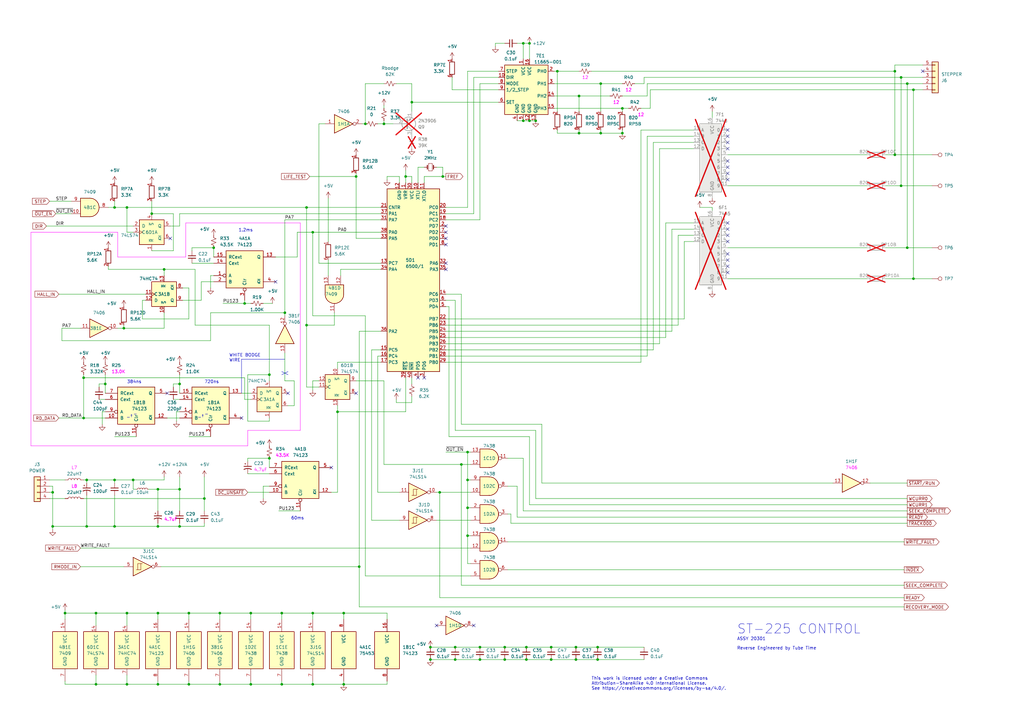
<source format=kicad_sch>
(kicad_sch (version 20230121) (generator eeschema)
  (paper "A3")
  (junction (at 369.57 31.75))
  (junction (at 90.17 280.67))
  (junction (at 367.03 63.5))
  (junction (at 166.37 72.39))
  (junction (at 39.37 280.67))
  (junction (at 34.29 171.45))
  (junction (at 46.99 215.9))
  (junction (at 90.17 251.46))
  (junction (at 52.07 85.09))
  (junction (at 87.63 101.6))
  (junction (at 35.56 196.85))
  (junction (at 215.9 265.43))
  (junction (at 191.77 196.85))
  (junction (at 217.17 49.53))
  (junction (at 255.27 54.61))
  (junction (at 52.07 280.67))
  (junction (at 255.27 44.45))
  (junction (at 181.61 72.39))
  (junction (at 147.32 232.41))
  (junction (at 43.18 157.48))
  (junction (at 21.59 201.93))
  (junction (at 245.11 270.51))
  (junction (at 191.77 208.28))
  (junction (at 214.63 49.53))
  (junction (at 102.87 251.46))
  (junction (at 52.07 251.46))
  (junction (at 73.66 215.9))
  (junction (at 196.85 270.51))
  (junction (at 128.27 280.67))
  (junction (at 140.97 280.67))
  (junction (at 26.67 251.46))
  (junction (at 180.34 201.93))
  (junction (at 116.84 128.27))
  (junction (at 35.56 215.9))
  (junction (at 21.59 215.9))
  (junction (at 115.57 280.67))
  (junction (at 191.77 185.42))
  (junction (at 226.06 270.51))
  (junction (at 237.49 39.37))
  (junction (at 77.47 251.46))
  (junction (at 125.73 85.09))
  (junction (at 214.63 17.78))
  (junction (at 186.69 265.43))
  (junction (at 374.65 114.3))
  (junction (at 128.27 95.25))
  (junction (at 67.31 110.49))
  (junction (at 228.6 29.21))
  (junction (at 219.71 49.53))
  (junction (at 64.77 280.67))
  (junction (at 149.86 50.8))
  (junction (at 237.49 54.61))
  (junction (at 62.23 87.63))
  (junction (at 83.82 204.47))
  (junction (at 73.66 157.48))
  (junction (at 246.38 54.61))
  (junction (at 102.87 280.67))
  (junction (at 128.27 251.46))
  (junction (at 226.06 265.43))
  (junction (at 186.69 270.51))
  (junction (at 39.37 251.46))
  (junction (at 217.17 17.78))
  (junction (at 64.77 251.46))
  (junction (at 100.33 124.46))
  (junction (at 73.66 200.66))
  (junction (at 245.11 265.43))
  (junction (at 369.57 76.2))
  (junction (at 77.47 280.67))
  (junction (at 54.61 196.85))
  (junction (at 168.91 41.91))
  (junction (at 374.65 36.83))
  (junction (at 110.49 187.96))
  (junction (at 110.49 153.67))
  (junction (at 115.57 251.46))
  (junction (at 367.03 29.21))
  (junction (at 140.97 251.46))
  (junction (at 236.22 265.43))
  (junction (at 157.48 50.8))
  (junction (at 146.05 72.39))
  (junction (at 125.73 133.35))
  (junction (at 196.85 265.43))
  (junction (at 372.11 34.29))
  (junction (at 64.77 200.66))
  (junction (at 236.22 270.51))
  (junction (at 191.77 219.71))
  (junction (at 176.53 265.43))
  (junction (at 176.53 270.51))
  (junction (at 372.11 101.6))
  (junction (at 64.77 215.9))
  (junction (at 34.29 154.94))
  (junction (at 46.99 196.85))
  (junction (at 46.99 85.09))
  (junction (at 246.38 34.29))
  (junction (at 207.01 270.51))
  (junction (at 138.43 168.91))
  (junction (at 50.8 134.62))
  (junction (at 207.01 265.43))
  (junction (at 215.9 270.51))
  (junction (at 189.23 190.5))
  (no_connect (at 113.03 115.57))
  (no_connect (at 69.85 97.79))
  (no_connect (at 298.45 68.58))
  (no_connect (at 182.88 107.95))
  (no_connect (at 298.45 99.06))
  (no_connect (at 378.46 29.21))
  (no_connect (at 182.88 100.33))
  (no_connect (at 298.45 73.66))
  (no_connect (at 298.45 96.52))
  (no_connect (at 298.45 93.98))
  (no_connect (at 298.45 58.42))
  (no_connect (at 298.45 66.04))
  (no_connect (at 182.88 95.25))
  (no_connect (at 298.45 109.22))
  (no_connect (at 298.45 111.76))
  (no_connect (at 298.45 71.12))
  (no_connect (at 298.45 91.44))
  (no_connect (at 298.45 60.96))
  (no_connect (at 135.89 191.77))
  (no_connect (at 179.07 256.54))
  (no_connect (at 298.45 53.34))
  (no_connect (at 194.31 256.54))
  (no_connect (at 298.45 55.88))
  (no_connect (at 173.99 154.94))
  (no_connect (at 182.88 97.79))
  (no_connect (at 99.06 171.45))
  (no_connect (at 182.88 92.71))
  (no_connect (at 146.05 161.29))
  (no_connect (at 118.11 161.29))
  (no_connect (at 298.45 104.14))
  (no_connect (at 298.45 106.68))
  (no_connect (at 182.88 110.49))
  (no_connect (at 171.45 154.94))
  (no_connect (at 68.58 161.29))
  (wire (pts (xy 71.12 163.83) (xy 73.66 163.83)))
  (wire (pts (xy 217.17 179.07) (xy 217.17 207.01)))
  (wire (pts (xy 168.91 162.56) (xy 168.91 165.1)))
  (wire (pts (xy 73.66 87.63) (xy 156.21 87.63)))
  (wire (pts (xy 52.07 280.67) (xy 64.77 280.67)))
  (wire (pts (xy 191.77 29.21) (xy 191.77 85.09)))
  (wire (pts (xy 245.11 265.43) (xy 264.16 265.43)))
  (wire (pts (xy 284.48 91.44) (xy 273.05 91.44)))
  (wire (pts (xy 46.99 203.2) (xy 46.99 215.9)))
  (wire (pts (xy 191.77 219.71) (xy 193.04 219.71)))
  (wire (pts (xy 189.23 173.99) (xy 222.25 173.99)))
  (wire (pts (xy 87.63 101.6) (xy 78.74 101.6)))
  (wire (pts (xy 182.88 148.59) (xy 262.89 148.59)))
  (wire (pts (xy 39.37 280.67) (xy 52.07 280.67)))
  (wire (pts (xy 173.99 68.58) (xy 171.45 68.58)))
  (wire (pts (xy 39.37 251.46) (xy 52.07 251.46)))
  (wire (pts (xy 191.77 196.85) (xy 191.77 208.28)))
  (wire (pts (xy 166.37 72.39) (xy 168.91 72.39)))
  (wire (pts (xy 157.48 190.5) (xy 157.48 156.21)))
  (polyline (pts (xy 76.2 105.41) (xy 48.26 105.41)) (stroke (width 0) (color 255 0 255 1)))
  (wire (pts (xy 116.84 90.17) (xy 116.84 128.27)))
  (wire (pts (xy 182.88 143.51) (xy 267.97 143.51)))
  (wire (pts (xy 255.27 39.37) (xy 265.43 39.37)))
  (wire (pts (xy 21.59 201.93) (xy 21.59 215.9)))
  (wire (pts (xy 280.67 99.06) (xy 280.67 130.81)))
  (wire (pts (xy 287.02 85.09) (xy 292.1 85.09)))
  (wire (pts (xy 69.85 92.71) (xy 73.66 92.71)))
  (wire (pts (xy 264.16 31.75) (xy 369.57 31.75)))
  (wire (pts (xy 102.87 163.83) (xy 100.33 163.83)))
  (wire (pts (xy 72.39 168.91) (xy 73.66 168.91)))
  (wire (pts (xy 24.13 120.65) (xy 59.69 120.65)))
  (wire (pts (xy 21.59 201.93) (xy 20.32 201.93)))
  (polyline (pts (xy 115.57 153.67) (xy 118.11 152.4)))
  (wire (pts (xy 374.65 114.3) (xy 382.27 114.3)))
  (wire (pts (xy 64.77 215.9) (xy 73.66 215.9)))
  (wire (pts (xy 191.77 196.85) (xy 193.04 196.85)))
  (wire (pts (xy 46.99 85.09) (xy 52.07 85.09)))
  (wire (pts (xy 156.21 135.89) (xy 147.32 135.89)))
  (wire (pts (xy 115.57 280.67) (xy 115.57 279.4)))
  (wire (pts (xy 273.05 91.44) (xy 273.05 138.43)))
  (wire (pts (xy 182.88 87.63) (xy 194.31 87.63)))
  (wire (pts (xy 130.81 50.8) (xy 133.35 50.8)))
  (wire (pts (xy 82.55 123.19) (xy 82.55 115.57)))
  (wire (pts (xy 180.34 201.93) (xy 180.34 245.11)))
  (wire (pts (xy 100.33 124.46) (xy 102.87 124.46)))
  (wire (pts (xy 367.03 63.5) (xy 382.27 63.5)))
  (wire (pts (xy 67.31 134.62) (xy 67.31 128.27)))
  (wire (pts (xy 217.17 49.53) (xy 219.71 49.53)))
  (wire (pts (xy 226.06 265.43) (xy 236.22 265.43)))
  (wire (pts (xy 184.15 179.07) (xy 217.17 179.07)))
  (wire (pts (xy 138.43 151.13) (xy 138.43 148.59)))
  (polyline (pts (xy 101.6 182.88) (xy 101.6 176.53)) (stroke (width 0) (color 255 0 255 1)))
  (wire (pts (xy 21.59 215.9) (xy 21.59 217.17)))
  (wire (pts (xy 237.49 54.61) (xy 237.49 53.34)))
  (wire (pts (xy 43.18 153.67) (xy 43.18 157.48)))
  (wire (pts (xy 196.85 265.43) (xy 207.01 265.43)))
  (wire (pts (xy 90.17 251.46) (xy 102.87 251.46)))
  (wire (pts (xy 110.49 199.39) (xy 107.95 199.39)))
  (wire (pts (xy 191.77 185.42) (xy 191.77 196.85)))
  (wire (pts (xy 196.85 34.29) (xy 204.47 34.29)))
  (wire (pts (xy 60.96 200.66) (xy 64.77 200.66)))
  (wire (pts (xy 237.49 39.37) (xy 237.49 45.72)))
  (wire (pts (xy 115.57 251.46) (xy 115.57 254)))
  (wire (pts (xy 255.27 54.61) (xy 255.27 53.34)))
  (wire (pts (xy 73.66 195.58) (xy 73.66 200.66)))
  (wire (pts (xy 182.88 90.17) (xy 196.85 90.17)))
  (wire (pts (xy 149.86 129.54) (xy 149.86 236.22)))
  (wire (pts (xy 275.59 93.98) (xy 275.59 135.89)))
  (wire (pts (xy 64.77 280.67) (xy 64.77 279.4)))
  (wire (pts (xy 157.48 50.8) (xy 161.29 50.8)))
  (wire (pts (xy 156.21 146.05) (xy 154.94 146.05)))
  (wire (pts (xy 22.86 87.63) (xy 29.21 87.63)))
  (wire (pts (xy 196.85 90.17) (xy 196.85 34.29)))
  (wire (pts (xy 110.49 153.67) (xy 110.49 133.35)))
  (wire (pts (xy 25.4 139.7) (xy 25.4 134.62)))
  (wire (pts (xy 266.7 44.45) (xy 266.7 36.83)))
  (wire (pts (xy 101.6 187.96) (xy 101.6 189.23)))
  (wire (pts (xy 246.38 54.61) (xy 255.27 54.61)))
  (wire (pts (xy 182.88 140.97) (xy 270.51 140.97)))
  (wire (pts (xy 77.47 118.11) (xy 77.47 130.81)))
  (wire (pts (xy 260.35 34.29) (xy 264.16 34.29)))
  (wire (pts (xy 78.74 101.6) (xy 78.74 102.87)))
  (polyline (pts (xy 99.06 147.32) (xy 116.84 147.32)))
  (wire (pts (xy 102.87 251.46) (xy 115.57 251.46)))
  (wire (pts (xy 284.48 58.42) (xy 267.97 58.42)))
  (wire (pts (xy 120.65 156.21) (xy 120.65 166.37)))
  (wire (pts (xy 26.67 280.67) (xy 26.67 279.4)))
  (wire (pts (xy 255.27 44.45) (xy 255.27 45.72)))
  (wire (pts (xy 73.66 92.71) (xy 73.66 87.63)))
  (wire (pts (xy 284.48 99.06) (xy 280.67 99.06)))
  (wire (pts (xy 182.88 138.43) (xy 273.05 138.43)))
  (wire (pts (xy 374.65 36.83) (xy 378.46 36.83)))
  (wire (pts (xy 298.45 101.6) (xy 355.6 101.6)))
  (wire (pts (xy 74.93 118.11) (xy 77.47 118.11)))
  (wire (pts (xy 166.37 72.39) (xy 166.37 74.93)))
  (wire (pts (xy 214.63 49.53) (xy 217.17 49.53)))
  (wire (pts (xy 121.92 95.25) (xy 128.27 95.25)))
  (wire (pts (xy 227.33 44.45) (xy 255.27 44.45)))
  (wire (pts (xy 71.12 102.87) (xy 71.12 87.63)))
  (wire (pts (xy 34.29 153.67) (xy 34.29 154.94)))
  (wire (pts (xy 212.09 199.39) (xy 212.09 212.09)))
  (wire (pts (xy 125.73 133.35) (xy 125.73 158.75)))
  (wire (pts (xy 374.65 36.83) (xy 374.65 114.3)))
  (wire (pts (xy 138.43 148.59) (xy 156.21 148.59)))
  (wire (pts (xy 77.47 251.46) (xy 77.47 254)))
  (wire (pts (xy 54.61 200.66) (xy 54.61 196.85)))
  (wire (pts (xy 67.31 195.58) (xy 67.31 196.85)))
  (wire (pts (xy 292.1 48.26) (xy 292.1 45.72)))
  (wire (pts (xy 191.77 231.14) (xy 193.04 231.14)))
  (wire (pts (xy 246.38 54.61) (xy 246.38 53.34)))
  (wire (pts (xy 179.07 213.36) (xy 193.04 213.36)))
  (wire (pts (xy 363.22 63.5) (xy 367.03 63.5)))
  (wire (pts (xy 50.8 133.35) (xy 50.8 134.62)))
  (wire (pts (xy 115.57 251.46) (xy 128.27 251.46)))
  (wire (pts (xy 176.53 270.51) (xy 186.69 270.51)))
  (wire (pts (xy 137.16 128.27) (xy 137.16 133.35)))
  (wire (pts (xy 100.33 154.94) (xy 100.33 163.83)))
  (wire (pts (xy 176.53 265.43) (xy 186.69 265.43)))
  (wire (pts (xy 125.73 85.09) (xy 125.73 133.35)))
  (wire (pts (xy 182.88 125.73) (xy 184.15 125.73)))
  (wire (pts (xy 270.51 60.96) (xy 270.51 140.97)))
  (wire (pts (xy 62.23 102.87) (xy 71.12 102.87)))
  (wire (pts (xy 101.6 153.67) (xy 101.6 172.72)))
  (wire (pts (xy 138.43 168.91) (xy 138.43 166.37)))
  (wire (pts (xy 19.05 92.71) (xy 54.61 92.71)))
  (wire (pts (xy 43.18 168.91) (xy 41.91 168.91)))
  (wire (pts (xy 80.01 110.49) (xy 67.31 110.49)))
  (wire (pts (xy 120.65 156.21) (xy 116.84 156.21)))
  (wire (pts (xy 246.38 34.29) (xy 255.27 34.29)))
  (polyline (pts (xy 76.2 91.44) (xy 76.2 105.41)) (stroke (width 0) (color 255 0 255 1)))
  (wire (pts (xy 193.04 190.5) (xy 189.23 190.5)))
  (wire (pts (xy 140.97 251.46) (xy 140.97 254)))
  (wire (pts (xy 262.89 53.34) (xy 262.89 148.59)))
  (wire (pts (xy 39.37 276.86) (xy 39.37 280.67)))
  (wire (pts (xy 125.73 85.09) (xy 156.21 85.09)))
  (wire (pts (xy 114.3 209.55) (xy 123.19 209.55)))
  (wire (pts (xy 116.84 156.21) (xy 116.84 144.78)))
  (wire (pts (xy 77.47 280.67) (xy 90.17 280.67)))
  (wire (pts (xy 102.87 280.67) (xy 115.57 280.67)))
  (wire (pts (xy 191.77 219.71) (xy 191.77 231.14)))
  (wire (pts (xy 55.88 179.07) (xy 46.99 179.07)))
  (wire (pts (xy 35.56 196.85) (xy 35.56 198.12)))
  (polyline (pts (xy 115.57 152.4) (xy 118.11 153.67)))
  (wire (pts (xy 372.11 34.29) (xy 378.46 34.29)))
  (wire (pts (xy 186.69 270.51) (xy 196.85 270.51)))
  (wire (pts (xy 21.59 199.39) (xy 21.59 201.93)))
  (wire (pts (xy 191.77 208.28) (xy 191.77 219.71)))
  (wire (pts (xy 44.45 110.49) (xy 67.31 110.49)))
  (wire (pts (xy 363.22 114.3) (xy 374.65 114.3)))
  (wire (pts (xy 212.09 49.53) (xy 214.63 49.53)))
  (wire (pts (xy 52.07 95.25) (xy 54.61 95.25)))
  (wire (pts (xy 222.25 173.99) (xy 222.25 198.12)))
  (wire (pts (xy 24.13 171.45) (xy 34.29 171.45)))
  (polyline (pts (xy 12.7 182.88) (xy 101.6 182.88)) (stroke (width 0) (color 255 0 255 1)))
  (wire (pts (xy 128.27 280.67) (xy 128.27 279.4)))
  (wire (pts (xy 367.03 29.21) (xy 367.03 63.5)))
  (wire (pts (xy 138.43 168.91) (xy 138.43 201.93)))
  (wire (pts (xy 152.4 213.36) (xy 163.83 213.36)))
  (wire (pts (xy 212.09 212.09) (xy 372.11 212.09)))
  (wire (pts (xy 228.6 54.61) (xy 228.6 53.34)))
  (wire (pts (xy 66.04 232.41) (xy 147.32 232.41)))
  (wire (pts (xy 120.65 166.37) (xy 118.11 166.37)))
  (wire (pts (xy 135.89 201.93) (xy 138.43 201.93)))
  (wire (pts (xy 372.11 34.29) (xy 372.11 101.6)))
  (wire (pts (xy 148.59 50.8) (xy 149.86 50.8)))
  (wire (pts (xy 245.11 270.51) (xy 264.16 270.51)))
  (wire (pts (xy 204.47 41.91) (xy 168.91 41.91)))
  (wire (pts (xy 77.47 130.81) (xy 58.42 130.81)))
  (wire (pts (xy 204.47 36.83) (xy 185.42 36.83)))
  (wire (pts (xy 110.49 133.35) (xy 80.01 133.35)))
  (wire (pts (xy 209.55 210.82) (xy 209.55 214.63)))
  (wire (pts (xy 209.55 214.63) (xy 372.11 214.63)))
  (wire (pts (xy 102.87 280.67) (xy 102.87 279.4)))
  (wire (pts (xy 265.43 55.88) (xy 265.43 146.05)))
  (wire (pts (xy 128.27 251.46) (xy 140.97 251.46)))
  (wire (pts (xy 180.34 245.11) (xy 370.84 245.11)))
  (wire (pts (xy 182.88 135.89) (xy 275.59 135.89)))
  (wire (pts (xy 236.22 265.43) (xy 245.11 265.43)))
  (wire (pts (xy 149.86 34.29) (xy 149.86 50.8)))
  (wire (pts (xy 182.88 133.35) (xy 278.13 133.35)))
  (wire (pts (xy 140.97 280.67) (xy 158.75 280.67)))
  (wire (pts (xy 267.97 58.42) (xy 267.97 143.51)))
  (wire (pts (xy 356.87 198.12) (xy 372.11 198.12)))
  (wire (pts (xy 73.66 214.63) (xy 73.66 215.9)))
  (wire (pts (xy 163.83 72.39) (xy 163.83 74.93)))
  (wire (pts (xy 149.86 236.22) (xy 193.04 236.22)))
  (wire (pts (xy 228.6 29.21) (xy 237.49 29.21)))
  (wire (pts (xy 52.07 251.46) (xy 52.07 256.54)))
  (wire (pts (xy 157.48 156.21) (xy 146.05 156.21)))
  (wire (pts (xy 44.45 85.09) (xy 46.99 85.09)))
  (wire (pts (xy 215.9 270.51) (xy 226.06 270.51)))
  (wire (pts (xy 208.28 233.68) (xy 370.84 233.68)))
  (wire (pts (xy 82.55 115.57) (xy 87.63 115.57)))
  (wire (pts (xy 68.58 171.45) (xy 73.66 171.45)))
  (polyline (pts (xy 99.06 147.32) (xy 99.06 161.29)))
  (wire (pts (xy 113.03 105.41) (xy 121.92 105.41)))
  (wire (pts (xy 372.11 101.6) (xy 382.27 101.6)))
  (wire (pts (xy 58.42 130.81) (xy 58.42 123.19)))
  (wire (pts (xy 46.99 196.85) (xy 46.99 198.12)))
  (wire (pts (xy 130.81 156.21) (xy 128.27 156.21)))
  (wire (pts (xy 64.77 200.66) (xy 73.66 200.66)))
  (wire (pts (xy 207.01 265.43) (xy 215.9 265.43)))
  (wire (pts (xy 262.89 44.45) (xy 266.7 44.45)))
  (wire (pts (xy 26.67 250.19) (xy 26.67 251.46)))
  (wire (pts (xy 73.66 161.29) (xy 73.66 157.48)))
  (wire (pts (xy 146.05 72.39) (xy 146.05 71.12)))
  (wire (pts (xy 102.87 251.46) (xy 102.87 254)))
  (wire (pts (xy 369.57 31.75) (xy 378.46 31.75)))
  (wire (pts (xy 367.03 26.67) (xy 367.03 29.21)))
  (wire (pts (xy 90.17 251.46) (xy 90.17 254)))
  (wire (pts (xy 40.64 157.48) (xy 40.64 158.75)))
  (polyline (pts (xy 123.19 91.44) (xy 76.2 91.44)) (stroke (width 0) (color 255 0 255 1)))
  (wire (pts (xy 20.32 204.47) (xy 26.67 204.47)))
  (wire (pts (xy 110.49 156.21) (xy 110.49 153.67)))
  (wire (pts (xy 134.62 81.28) (xy 134.62 99.06)))
  (wire (pts (xy 107.95 199.39) (xy 107.95 204.47)))
  (polyline (pts (xy 12.7 95.25) (xy 12.7 182.88)) (stroke (width 0) (color 255 0 255 1)))
  (wire (pts (xy 90.17 280.67) (xy 102.87 280.67)))
  (wire (pts (xy 157.48 49.53) (xy 157.48 50.8)))
  (wire (pts (xy 110.49 172.72) (xy 101.6 172.72)))
  (wire (pts (xy 214.63 187.96) (xy 214.63 209.55)))
  (wire (pts (xy 34.29 196.85) (xy 35.56 196.85)))
  (wire (pts (xy 157.48 34.29) (xy 149.86 34.29)))
  (wire (pts (xy 166.37 168.91) (xy 166.37 154.94)))
  (wire (pts (xy 140.97 280.67) (xy 140.97 279.4)))
  (wire (pts (xy 208.28 222.25) (xy 370.84 222.25)))
  (wire (pts (xy 71.12 87.63) (xy 62.23 87.63)))
  (wire (pts (xy 369.57 76.2) (xy 382.27 76.2)))
  (wire (pts (xy 191.77 185.42) (xy 193.04 185.42)))
  (wire (pts (xy 125.73 158.75) (xy 130.81 158.75)))
  (wire (pts (xy 378.46 26.67) (xy 367.03 26.67)))
  (wire (pts (xy 168.91 41.91) (xy 168.91 45.72)))
  (wire (pts (xy 26.67 280.67) (xy 39.37 280.67)))
  (wire (pts (xy 185.42 36.83) (xy 185.42 31.75)))
  (wire (pts (xy 369.57 31.75) (xy 369.57 76.2)))
  (wire (pts (xy 278.13 96.52) (xy 278.13 133.35)))
  (wire (pts (xy 191.77 208.28) (xy 193.04 208.28)))
  (wire (pts (xy 138.43 168.91) (xy 166.37 168.91)))
  (wire (pts (xy 214.63 24.13) (xy 214.63 17.78)))
  (wire (pts (xy 101.6 201.93) (xy 110.49 201.93)))
  (wire (pts (xy 173.99 74.93) (xy 173.99 72.39)))
  (wire (pts (xy 110.49 153.67) (xy 101.6 153.67)))
  (wire (pts (xy 115.57 280.67) (xy 128.27 280.67)))
  (wire (pts (xy 298.45 114.3) (xy 355.6 114.3)))
  (wire (pts (xy 146.05 72.39) (xy 146.05 97.79)))
  (wire (pts (xy 54.61 196.85) (xy 67.31 196.85)))
  (wire (pts (xy 171.45 68.58) (xy 171.45 74.93)))
  (wire (pts (xy 182.88 123.19) (xy 186.69 123.19)))
  (wire (pts (xy 128.27 95.25) (xy 128.27 129.54)))
  (wire (pts (xy 48.26 134.62) (xy 50.8 134.62)))
  (wire (pts (xy 182.88 120.65) (xy 189.23 120.65)))
  (wire (pts (xy 219.71 176.53) (xy 219.71 204.47)))
  (wire (pts (xy 214.63 209.55) (xy 372.11 209.55)))
  (wire (pts (xy 41.91 168.91) (xy 41.91 173.99)))
  (wire (pts (xy 101.6 194.31) (xy 110.49 194.31)))
  (wire (pts (xy 110.49 191.77) (xy 110.49 187.96)))
  (wire (pts (xy 86.36 113.03) (xy 86.36 118.11)))
  (wire (pts (xy 58.42 123.19) (xy 59.69 123.19)))
  (wire (pts (xy 147.32 232.41) (xy 147.32 248.92)))
  (wire (pts (xy 74.93 123.19) (xy 82.55 123.19)))
  (wire (pts (xy 86.36 179.07) (xy 77.47 179.07)))
  (wire (pts (xy 222.25 198.12) (xy 341.63 198.12)))
  (wire (pts (xy 64.77 251.46) (xy 64.77 254)))
  (wire (pts (xy 91.44 124.46) (xy 100.33 124.46)))
  (wire (pts (xy 158.75 72.39) (xy 163.83 72.39)))
  (wire (pts (xy 265.43 34.29) (xy 372.11 34.29)))
  (wire (pts (xy 127 72.39) (xy 146.05 72.39)))
  (wire (pts (xy 162.56 34.29) (xy 168.91 34.29)))
  (wire (pts (xy 208.28 210.82) (xy 209.55 210.82)))
  (wire (pts (xy 156.21 90.17) (xy 116.84 90.17)))
  (wire (pts (xy 292.1 85.09) (xy 292.1 86.36)))
  (wire (pts (xy 33.02 224.79) (xy 193.04 224.79)))
  (wire (pts (xy 130.81 50.8) (xy 130.81 107.95)))
  (wire (pts (xy 87.63 113.03) (xy 86.36 113.03)))
  (wire (pts (xy 46.99 85.09) (xy 46.99 82.55)))
  (wire (pts (xy 34.29 154.94) (xy 100.33 154.94)))
  (wire (pts (xy 166.37 69.85) (xy 166.37 72.39)))
  (wire (pts (xy 86.36 128.27) (xy 116.84 128.27)))
  (wire (pts (xy 194.31 31.75) (xy 204.47 31.75)))
  (wire (pts (xy 128.27 280.67) (xy 140.97 280.67)))
  (wire (pts (xy 25.4 134.62) (xy 33.02 134.62)))
  (wire (pts (xy 264.16 34.29) (xy 264.16 31.75)))
  (wire (pts (xy 64.77 251.46) (xy 77.47 251.46)))
  (wire (pts (xy 128.27 129.54) (xy 149.86 129.54)))
  (wire (pts (xy 77.47 280.67) (xy 77.47 279.4)))
  (wire (pts (xy 203.2 17.78) (xy 203.2 19.05)))
  (wire (pts (xy 179.07 201.93) (xy 180.34 201.93)))
  (wire (pts (xy 83.82 214.63) (xy 83.82 215.9)))
  (wire (pts (xy 184.15 125.73) (xy 184.15 179.07)))
  (wire (pts (xy 298.45 76.2) (xy 355.6 76.2)))
  (wire (pts (xy 189.23 190.5) (xy 189.23 240.03)))
  (polyline (pts (xy 48.26 95.25) (xy 12.7 95.25)) (stroke (width 0) (color 255 0 255 1)))
  (wire (pts (xy 284.48 55.88) (xy 265.43 55.88)))
  (wire (pts (xy 73.66 157.48) (xy 71.12 157.48)))
  (wire (pts (xy 207.01 17.78) (xy 203.2 17.78)))
  (wire (pts (xy 64.77 214.63) (xy 64.77 215.9)))
  (wire (pts (xy 156.21 107.95) (xy 130.81 107.95)))
  (wire (pts (xy 40.64 163.83) (xy 43.18 163.83)))
  (wire (pts (xy 34.29 204.47) (xy 83.82 204.47)))
  (wire (pts (xy 26.67 251.46) (xy 39.37 251.46)))
  (wire (pts (xy 46.99 215.9) (xy 35.56 215.9)))
  (wire (pts (xy 207.01 270.51) (xy 215.9 270.51)))
  (wire (pts (xy 226.06 270.51) (xy 236.22 270.51)))
  (wire (pts (xy 186.69 123.19) (xy 186.69 176.53)))
  (wire (pts (xy 111.76 124.46) (xy 107.95 124.46)))
  (wire (pts (xy 52.07 85.09) (xy 52.07 95.25)))
  (wire (pts (xy 99.06 161.29) (xy 102.87 161.29)))
  (wire (pts (xy 157.48 43.18) (xy 157.48 44.45)))
  (wire (pts (xy 168.91 34.29) (xy 168.91 41.91)))
  (wire (pts (xy 196.85 270.51) (xy 207.01 270.51)))
  (wire (pts (xy 86.36 139.7) (xy 86.36 128.27)))
  (wire (pts (xy 43.18 161.29) (xy 43.18 157.48)))
  (wire (pts (xy 181.61 68.58) (xy 179.07 68.58)))
  (wire (pts (xy 284.48 93.98) (xy 275.59 93.98)))
  (wire (pts (xy 156.21 143.51) (xy 152.4 143.51)))
  (wire (pts (xy 236.22 270.51) (xy 245.11 270.51)))
  (wire (pts (xy 73.66 215.9) (xy 83.82 215.9)))
  (wire (pts (xy 168.91 154.94) (xy 168.91 157.48)))
  (wire (pts (xy 208.28 199.39) (xy 212.09 199.39)))
  (wire (pts (xy 128.27 251.46) (xy 128.27 254)))
  (wire (pts (xy 154.94 201.93) (xy 163.83 201.93)))
  (wire (pts (xy 35.56 203.2) (xy 35.56 215.9)))
  (wire (pts (xy 212.09 17.78) (xy 214.63 17.78)))
  (wire (pts (xy 67.31 110.49) (xy 67.31 113.03)))
  (wire (pts (xy 139.7 113.03) (xy 139.7 110.49)))
  (wire (pts (xy 182.88 85.09) (xy 191.77 85.09)))
  (wire (pts (xy 128.27 156.21) (xy 128.27 160.02)))
  (wire (pts (xy 228.6 29.21) (xy 227.33 29.21)))
  (wire (pts (xy 140.97 251.46) (xy 158.75 251.46)))
  (wire (pts (xy 284.48 53.34) (xy 262.89 53.34)))
  (wire (pts (xy 78.74 107.95) (xy 87.63 107.95)))
  (wire (pts (xy 298.45 63.5) (xy 355.6 63.5)))
  (wire (pts (xy 73.66 153.67) (xy 73.66 157.48)))
  (wire (pts (xy 121.92 95.25) (xy 121.92 105.41)))
  (wire (pts (xy 194.31 87.63) (xy 194.31 31.75)))
  (wire (pts (xy 182.88 130.81) (xy 280.67 130.81)))
  (polyline (pts (xy 123.19 176.53) (xy 123.19 91.44)) (stroke (width 0) (color 255 0 255 1)))
  (wire (pts (xy 25.4 139.7) (xy 86.36 139.7)))
  (wire (pts (xy 46.99 215.9) (xy 64.77 215.9)))
  (wire (pts (xy 44.45 109.22) (xy 44.45 110.49)))
  (wire (pts (xy 50.8 134.62) (xy 67.31 134.62)))
  (wire (pts (xy 158.75 73.66) (xy 158.75 72.39)))
  (wire (pts (xy 146.05 97.79) (xy 156.21 97.79)))
  (wire (pts (xy 363.22 101.6) (xy 372.11 101.6)))
  (wire (pts (xy 237.49 39.37) (xy 250.19 39.37)))
  (wire (pts (xy 46.99 196.85) (xy 54.61 196.85)))
  (wire (pts (xy 189.23 120.65) (xy 189.23 173.99)))
  (wire (pts (xy 227.33 34.29) (xy 246.38 34.29)))
  (wire (pts (xy 134.62 106.68) (xy 134.62 113.03)))
  (wire (pts (xy 173.99 72.39) (xy 181.61 72.39)))
  (wire (pts (xy 152.4 143.51) (xy 152.4 213.36)))
  (wire (pts (xy 52.07 85.09) (xy 125.73 85.09)))
  (polyline (pts (xy 48.26 105.41) (xy 48.26 95.25)) (stroke (width 0) (color 255 0 255 1)))
  (wire (pts (xy 20.32 82.55) (xy 29.21 82.55)))
  (wire (pts (xy 21.59 215.9) (xy 35.56 215.9)))
  (wire (pts (xy 168.91 165.1) (xy 162.56 165.1)))
  (wire (pts (xy 154.94 146.05) (xy 154.94 201.93)))
  (wire (pts (xy 191.77 29.21) (xy 204.47 29.21)))
  (wire (pts (xy 158.75 279.4) (xy 158.75 280.67)))
  (wire (pts (xy 52.07 276.86) (xy 52.07 280.67)))
  (wire (pts (xy 64.77 280.67) (xy 77.47 280.67)))
  (wire (pts (xy 219.71 204.47) (xy 372.11 204.47)))
  (wire (pts (xy 34.29 154.94) (xy 34.29 171.45)))
  (wire (pts (xy 189.23 240.03) (xy 370.84 240.03)))
  (wire (pts (xy 71.12 157.48) (xy 71.12 158.75)))
  (wire (pts (xy 266.7 36.83) (xy 374.65 36.83)))
  (wire (pts (xy 147.32 135.89) (xy 147.32 232.41)))
  (wire (pts (xy 100.33 124.46) (xy 100.33 123.19)))
  (wire (pts (xy 90.17 280.67) (xy 90.17 279.4)))
  (wire (pts (xy 154.94 50.8) (xy 157.48 50.8)))
  (wire (pts (xy 26.67 251.46) (xy 26.67 254)))
  (wire (pts (xy 217.17 207.01) (xy 372.11 207.01)))
  (wire (pts (xy 284.48 60.96) (xy 270.51 60.96)))
  (wire (pts (xy 186.69 265.43) (xy 196.85 265.43)))
  (wire (pts (xy 52.07 251.46) (xy 64.77 251.46)))
  (wire (pts (xy 39.37 251.46) (xy 39.37 256.54)))
  (wire (pts (xy 62.23 82.55) (xy 62.23 87.63)))
  (wire (pts (xy 182.88 185.42) (xy 191.77 185.42)))
  (wire (pts (xy 217.17 17.78) (xy 217.17 24.13)))
  (wire (pts (xy 156.21 95.25) (xy 128.27 95.25)))
  (wire (pts (xy 265.43 39.37) (xy 265.43 34.29)))
  (wire (pts (xy 147.32 248.92) (xy 370.84 248.92)))
  (wire (pts (xy 21.59 199.39) (xy 20.32 199.39)))
  (wire (pts (xy 20.32 196.85) (xy 26.67 196.85)))
  (wire (pts (xy 363.22 76.2) (xy 369.57 76.2)))
  (wire (pts (xy 125.73 133.35) (xy 137.16 133.35)))
  (wire (pts (xy 237.49 54.61) (xy 246.38 54.61)))
  (wire (pts (xy 168.91 74.93) (xy 168.91 72.39)))
  (wire (pts (xy 72.39 172.72) (xy 72.39 168.91)))
  (wire (pts (xy 246.38 34.29) (xy 246.38 45.72)))
  (wire (pts (xy 55.88 200.66) (xy 54.61 200.66)))
  (wire (pts (xy 73.66 200.66) (xy 73.66 209.55)))
  (wire (pts (xy 228.6 54.61) (xy 237.49 54.61)))
  (wire (pts (xy 110.49 187.96) (xy 101.6 187.96)))
  (wire (pts (xy 214.63 17.78) (xy 217.17 17.78)))
  (wire (pts (xy 182.88 146.05) (xy 265.43 146.05)))
  (wire (pts (xy 80.01 133.35) (xy 80.01 110.49)))
  (wire (pts (xy 33.02 232.41) (xy 50.8 232.41)))
  (wire (pts (xy 77.47 251.46) (xy 90.17 251.46)))
  (wire (pts (xy 255.27 44.45) (xy 257.81 44.45)))
  (wire (pts (xy 43.18 171.45) (xy 34.29 171.45)))
  (wire (pts (xy 35.56 196.85) (xy 46.99 196.85)))
  (wire (pts (xy 64.77 200.66) (xy 64.77 209.55)))
  (wire (pts (xy 110.49 171.45) (xy 110.49 172.72)))
  (wire (pts (xy 181.61 72.39) (xy 182.88 72.39)))
  (wire (pts (xy 83.82 204.47) (xy 83.82 209.55)))
  (wire (pts (xy 181.61 72.39) (xy 181.61 68.58)))
  (wire (pts (xy 189.23 190.5) (xy 157.48 190.5)))
  (wire (pts (xy 87.63 105.41) (xy 87.63 101.6)))
  (wire (pts (xy 162.56 163.83) (xy 162.56 165.1)))
  (wire (pts (xy 158.75 254) (xy 158.75 251.46)))
  (wire (pts (xy 215.9 265.43) (xy 226.06 265.43)))
  (wire (pts (xy 186.69 176.53) (xy 219.71 176.53)))
  (polyline (pts (xy 101.6 176.53) (xy 123.19 176.53)) (stroke (width 0) (color 255 0 255 1)))
  (wire (pts (xy 83.82 195.58) (xy 83.82 204.47)))
  (wire (pts (xy 116.84 128.27) (xy 116.84 129.54)))
  (wire (pts (xy 284.48 96.52) (xy 278.13 96.52)))
  (wire (pts (xy 227.33 39.37) (xy 237.49 39.37)))
  (wire (pts (xy 139.7 110.49) (xy 156.21 110.49)))
  (wire (pts (xy 228.6 45.72) (xy 228.6 29.21)))
  (wire (pts (xy 40.64 157.48) (xy 43.18 157.48)))
  (wire (pts (xy 180.34 201.93) (xy 193.04 201.93)))
  (wire (pts (xy 242.57 29.21) (xy 367.03 29.21)))
  (wire (pts (xy 208.28 187.96) (xy 214.63 187.96)))
  (text "384ns" (at 52.07 157.48 0) (effects (font (size 1.27 1.27)) (justify left bottom)))
  (text "This work is licensed under a Creative Commons\nAttribution-ShareAlike 4.0 International License.\nSee https://creativecommons.org/licenses/by-sa/4.0/.\n" (at 242.57 283.21 0) (effects (font (size 1.27 1.27)) (justify left bottom)))
  (text "_↑‾" (at 81.28 171.45 0) (effects (font (size 1.27 1.27)) (justify left bottom)))
  (text "ASSY 20301" (at 302.26 262.89 0) (effects (font (size 1.27 1.27)) (justify left bottom)))
  (text "Reverse Engineered by Tube Time" (at 302.26 266.7 0) (effects (font (size 1.27 1.27)) (justify left bottom)))
  (text "1.2ms" (at 97.79 95.25 0) (effects (font (size 1.27 1.27)) (justify left bottom)))
  (text "WHITE BODGE\nWIRE" (at 93.98 148.59 0) (effects (font (size 1.27 1.27)) (justify left bottom)))
  (text "720ns" (at 83.82 157.48 0) (effects (font (size 1.27 1.27)) (justify left bottom)))
  (text "_↑‾" (at 52.07 171.45 0) (effects (font (size 1.27 1.27)) (justify left bottom)))
  (text "60ms" (at 119.38 213.36 0) (effects (font (size 1.27 1.27)) (justify left bottom)))
  (text "ST-225 CONTROL" (at 302.26 260.35 0) (effects (font (size 3.81 3.81)) (justify left bottom)))
  (label "~{OUT_EN}" (at 182.88 185.42 0))
  (label "PA0" (at 138.43 95.25 0))
  (label "WRITE_FAULT" (at 33.02 224.79 0))
  (label "PA7" (at 25.4 134.62 0))
  (label "PU123" (at 114.3 209.55 0))
  (label "PU123" (at 46.99 179.07 0))
  (label "PU123" (at 91.44 124.46 0))
  (label "STEP" (at 22.86 82.55 0))
  (label "PA7" (at 116.84 90.17 0))
  (label "RD_DATA" (at 25.4 171.45 0))
  (label "DIR" (at 22.86 92.71 0))
  (label "HALL_IN" (at 35.56 120.65 0))
  (label "PU123" (at 77.47 179.07 0))
  (label "~{OUT_EN}" (at 22.86 87.63 0))
  (global_label "WRITE_FAULT" (shape input) (at 33.02 224.79 180) (property "Intersheetrefs" "${INTERSHEET_REFS}" (effects hide)))
  (global_label "~{DC_UNSAFE}" (shape input) (at 101.6 201.93 180) (property "Intersheetrefs" "${INTERSHEET_REFS}" (effects hide)))
  (global_label "HALL_IN" (shape input) (at 24.13 120.65 180) (property "Intersheetrefs" "${INTERSHEET_REFS}" (effects hide)))
  (global_label "RMODE_IN" (shape input) (at 33.02 232.41 180) (property "Intersheetrefs" "${INTERSHEET_REFS}" (effects hide)))
  (global_label "~{START}{slash}RUN" (shape output) (at 372.11 198.12 0) (property "Intersheetrefs" "${INTERSHEET_REFS}" (effects hide)))
  (global_label "STEP" (shape input) (at 20.32 82.55 180) (property "Intersheetrefs" "${INTERSHEET_REFS}" (effects hide)))
  (global_label "FREF" (shape output) (at 182.88 72.39 0) (property "Intersheetrefs" "${INTERSHEET_REFS}" (effects hide)))
  (global_label "~{READY}" (shape output) (at 372.11 212.09 0) (property "Intersheetrefs" "${INTERSHEET_REFS}" (effects hide)))
  (global_label "SEEK_COMPLETE" (shape output) (at 370.84 240.03 0) (property "Intersheetrefs" "${INTERSHEET_REFS}" (effects hide)))
  (global_label "WCURR1" (shape output) (at 372.11 207.01 0) (property "Intersheetrefs" "${INTERSHEET_REFS}" (effects hide)))
  (global_label "DIR" (shape input) (at 19.05 92.71 180) (property "Intersheetrefs" "${INTERSHEET_REFS}" (effects hide)))
  (global_label "RECOVERY_MODE" (shape output) (at 370.84 248.92 0) (property "Intersheetrefs" "${INTERSHEET_REFS}" (effects hide)))
  (global_label "LIFE_TEST" (shape input) (at 127 72.39 180) (property "Intersheetrefs" "${INTERSHEET_REFS}" (effects hide)))
  (global_label "~{INDEX}" (shape output) (at 370.84 233.68 0) (property "Intersheetrefs" "${INTERSHEET_REFS}" (effects hide)))
  (global_label "~{SEEK_COMPLETE}" (shape output) (at 372.11 209.55 0) (property "Intersheetrefs" "${INTERSHEET_REFS}" (effects hide)))
  (global_label "~{TRACK000}" (shape output) (at 372.11 214.63 0) (property "Intersheetrefs" "${INTERSHEET_REFS}" (effects hide)))
  (global_label "READY" (shape output) (at 370.84 245.11 0) (property "Intersheetrefs" "${INTERSHEET_REFS}" (effects hide)))
  (global_label "RD_DATA" (shape input) (at 24.13 171.45 180) (property "Intersheetrefs" "${INTERSHEET_REFS}" (effects hide)))
  (global_label "~{OUT_EN}" (shape input) (at 22.86 87.63 180) (property "Intersheetrefs" "${INTERSHEET_REFS}" (effects hide)))
  (global_label "WCURR0" (shape output) (at 372.11 204.47 0) (property "Intersheetrefs" "${INTERSHEET_REFS}" (effects hide)))
  (global_label "~{WRITE_FAULT}" (shape output) (at 370.84 222.25 0) (property "Intersheetrefs" "${INTERSHEET_REFS}" (effects hide)))
  (symbol (lib_id "power:+12V") (at 217.17 17.78 0) (unit 1)
    (property "Reference" "#PWR040" (effects hide))
    (property "Value" "+12V" (at 220.98 17.78 0))
  )
  (symbol (lib_id "Device:R_Small_US") (at 152.4 50.8 90) (unit 1)
    (property "Reference" "R21" (at 152.4 44.45 90))
    (property "Value" "0" (at 152.4 46.99 90))
    (property "Footprint" "Resistor_THT:R_Axial_DIN0207_L6.3mm_D2.5mm_P10.16mm_Horizontal" (effects hide))
  )
  (symbol (lib_id "74xx:74LS74") (at 39.37 266.7 0) (unit 3)
    (property "Reference" "6D1" (at 35.56 265.43 0) (effects (justify left)))
    (property "Value" "74LS74" (at 35.56 267.97 0) (effects (justify left)))
    (property "Footprint" "Active:DIP254P762X635-14" (effects hide))
    (property "Datasheet" "74xx/74hc_hct74.pdf" (effects hide))
  )
  (symbol (lib_id "power:+5V") (at 26.67 250.19 0) (unit 1)
    (property "Reference" "#PWR090" (effects hide))
    (property "Value" "+5V" (at 22.86 248.92 0))
    (instances (project "st225_20527" (path "" (reference "#PWR090") (unit 1)) (path "" (reference "#PWR078") (unit 1))))
  )
  (symbol (lib_id "74xx:74LS123") (at 55.88 166.37 0) (unit 2)
    (property "Reference" "1B1" (at 57.15 165.1 0))
    (property "Value" "74123" (at 57.15 167.64 0))
    (property "Footprint" "Active:DIP254P762X635-16" (effects hide))
    (property "Datasheet" "http://www.ti.com/lit/gpn/sn74LS123" (effects hide))
  )
  (symbol (lib_id "Device:R_Network05_Split") (at 185.42 27.94 0) (unit 5)
    (property "Reference" "RP7" (at 177.8 26.67 0) (effects (justify left)))
    (property "Value" "3.3K" (at 177.8 29.21 0) (effects (justify left)))
    (property "Footprint" "Resistor_THT:R_Array_SIP6" (effects hide))
    (property "Datasheet" "http://www.vishay.com/docs/31509/csc.pdf" (effects hide))
  )
  (symbol (lib_id "Device:C_Small") (at 215.9 267.97 0) (unit 1)
    (property "Reference" "C35" (at 218.44 266.7063 0) (effects (justify left)))
    (property "Value" "0.1uF" (at 218.44 269.2463 0) (effects (justify left)))
    (property "Footprint" "Capacitor_THT:C_Rect_L7.0mm_W2.0mm_P5.00mm" (effects hide))
  )
  (symbol (lib_id "74xx:74LS123") (at 100.33 110.49 0) (unit 1)
    (property "Reference" "4A1" (at 100.33 97.79 0))
    (property "Value" "74123" (at 100.33 100.33 0))
    (property "Footprint" "Active:DIP254P762X635-16" (effects hide))
    (property "Datasheet" "http://www.ti.com/lit/gpn/sn74LS123" (effects hide))
  )
  (symbol (lib_id "Device:R_Pack04_SIP_Split") (at 359.41 114.3 90) (mirror x) (unit 1) (dnp yes)
    (property "Reference" "RP10" (at 365.76 113.03 90))
    (property "Value" "820" (at 354.33 113.03 90))
    (property "Footprint" "Resistor_THT:R_Array_SIP8" (effects hide))
    (property "Datasheet" "http://www.vishay.com/docs/31509/csc.pdf" (effects hide))
  )
  (symbol (lib_id "Device:C_Small") (at 207.01 267.97 0) (unit 1)
    (property "Reference" "C34" (at 209.55 266.7063 0) (effects (justify left)))
    (property "Value" "0.1uF" (at 209.55 269.2463 0) (effects (justify left)))
    (property "Footprint" "Capacitor_THT:C_Rect_L7.0mm_W2.0mm_P5.00mm" (effects hide))
  )
  (symbol (lib_id "power:+5V") (at 62.23 74.93 0) (unit 1)
    (property "Reference" "#PWR029" (effects hide))
    (property "Value" "+5V" (at 62.23 69.85 0))
  )
  (symbol (lib_id "power:GND") (at 41.91 173.99 0) (unit 1)
    (property "Reference" "#PWR032" (effects hide))
    (property "Value" "GND" (effects hide))
  )
  (symbol (lib_id "power:+12V") (at 157.48 43.18 0) (unit 1)
    (property "Reference" "#PWR06" (effects hide))
    (property "Value" "+12V" (at 157.48 38.1 0))
  )
  (symbol (lib_id "Device:R_Small_US") (at 34.29 151.13 0) (unit 1)
    (property "Reference" "R18" (at 36.83 149.86 0) (effects (justify left)))
    (property "Value" "3.32K" (at 36.83 152.4 0) (effects (justify left)))
    (property "Footprint" "Resistor_THT:R_Axial_DIN0204_L3.6mm_D1.6mm_P7.62mm_Horizontal" (effects hide))
  )
  (symbol (lib_id "Device:R_Small_US") (at 260.35 44.45 90) (unit 1)
    (property "Reference" "R42" (at 260.35 41.91 90))
    (property "Value" "12" (at 262.89 46.99 90))
    (property "Footprint" "Resistor_THT:R_Axial_DIN0309_L9.0mm_D3.2mm_P20.32mm_Horizontal" (effects hide))
  )
  (symbol (lib_id "74xx:74LS74") (at 62.23 95.25 0) (unit 1)
    (property "Reference" "6D1" (at 59.69 95.25 0) (effects (justify left)))
    (property "Value" "74LS74" (at 49.53 96.52 0) (effects (justify left)))
    (property "Footprint" "Active:DIP254P762X635-14" (effects hide))
    (property "Datasheet" "74xx/74hc_hct74.pdf" (effects hide))
  )
  (symbol (lib_id "Device:R_Pack04_SIP_Split") (at 255.27 49.53 0) (mirror x) (unit 2)
    (property "Reference" "RP5" (at 257.81 50.8 0) (effects (justify left)))
    (property "Value" "820" (at 257.81 48.26 0) (effects (justify left)))
    (property "Footprint" "Resistor_THT:R_Array_SIP8" (effects hide))
    (property "Datasheet" "http://www.vishay.com/docs/31509/csc.pdf" (effects hide))
  )
  (symbol (lib_id "Device:C_Small") (at 196.85 267.97 0) (unit 1)
    (property "Reference" "C33" (at 199.39 266.7063 0) (effects (justify left)))
    (property "Value" "0.1uF" (at 199.39 269.2463 0) (effects (justify left)))
    (property "Footprint" "Capacitor_THT:C_Rect_L7.0mm_W2.0mm_P5.00mm" (effects hide))
  )
  (symbol (lib_id "power:+5V") (at 83.82 195.58 0) (unit 1)
    (property "Reference" "#PWR025" (effects hide))
    (property "Value" "+5V" (at 83.82 190.5 0))
  )
  (symbol (lib_id "power:GND") (at 140.97 280.67 0) (unit 1)
    (property "Reference" "#PWR091" (effects hide))
    (property "Value" "GND" (effects hide))
  )
  (symbol (lib_id "74xx:74LS38") (at 200.66 233.68 0) (unit 2)
    (property "Reference" "1D2" (at 200.66 233.68 0))
    (property "Value" "7438" (at 200.66 228.6 0))
    (property "Footprint" "Active:DIP254P762X635-14" (effects hide))
    (property "Datasheet" "http://www.ti.com/lit/gpn/sn74LS38" (effects hide))
  )
  (symbol (lib_id "74xx:74LS14") (at 171.45 213.36 0) (unit 4)
    (property "Reference" "3J1" (at 173.99 207.01 0))
    (property "Value" "74LS14" (at 173.99 209.55 0))
    (property "Footprint" "Active:DIP254P762X635-14" (effects hide))
    (property "Datasheet" "http://www.ti.com/lit/gpn/sn74LS14" (effects hide))
  )
  (symbol (lib_id "power:GND") (at 21.59 217.17 0) (unit 1)
    (property "Reference" "#PWR023" (effects hide))
    (property "Value" "GND" (effects hide))
  )
  (symbol (lib_id "74xx:74LS09") (at 36.83 85.09 0) (unit 3)
    (property "Reference" "4B1" (at 36.83 85.09 0))
    (property "Value" "7409" (at 36.8217 78.74 0))
    (property "Footprint" "Active:DIP254P762X635-14" (effects hide))
    (property "Datasheet" "http://www.ti.com/lit/gpn/sn74LS09" (effects hide))
  )
  (symbol (lib_id "Device:R_Pack04_SIP_Split") (at 359.41 63.5 90) (mirror x) (unit 3) (dnp yes)
    (property "Reference" "RP10" (at 364.49 62.23 90))
    (property "Value" "820" (at 354.33 62.23 90))
    (property "Footprint" "Resistor_THT:R_Array_SIP8" (effects hide))
    (property "Datasheet" "http://www.vishay.com/docs/31509/csc.pdf" (effects hide))
  )
  (symbol (lib_id "power:+5V") (at 43.18 148.59 0) (unit 1)
    (property "Reference" "#PWR031" (effects hide))
    (property "Value" "+5V" (at 43.18 144.78 0))
  )
  (symbol (lib_id "Device:C_Polarized_Small_US") (at 35.56 200.66 0) (unit 1)
    (property "Reference" "C24" (at 38.1 198.9582 0) (effects (justify left)))
    (property "Value" "100uF" (at 38.1 201.4982 0) (effects (justify left)))
    (property "Footprint" "Capacitor_THT:C_Axial_L12.0mm_D6.5mm_P20.00mm_Horizontal" (effects hide))
  )
  (symbol (lib_id "power:+12VA") (at 73.66 195.58 0) (unit 1)
    (property "Reference" "#PWR024" (effects hide))
    (property "Value" "+12VA" (at 73.66 190.5 0))
  )
  (symbol (lib_id "power:+5V") (at 73.66 148.59 0) (unit 1)
    (property "Reference" "#PWR013" (effects hide))
    (property "Value" "+5V" (at 69.85 147.32 0))
  )
  (symbol (lib_id "74xx:74LS74") (at 138.43 158.75 0) (unit 2)
    (property "Reference" "6D1" (at 139.7 149.86 0) (effects (justify left)))
    (property "Value" "74LS74" (at 139.7 152.4 0) (effects (justify left)))
    (property "Footprint" "Active:DIP254P762X635-14" (effects hide))
    (property "Datasheet" "74xx/74hc_hct74.pdf" (effects hide))
  )
  (symbol (lib_id "st225:6500/1") (at 158.75 77.47 0) (unit 1)
    (property "Reference" "5D1" (at 166.37 106.68 0) (effects (justify left)))
    (property "Value" "6500/1" (at 166.37 109.22 0) (effects (justify left)))
    (property "Footprint" "Active:DIP254P1524X635-40" (effects hide))
  )
  (symbol (lib_id "power:+5V") (at 44.45 101.6 0) (unit 1)
    (property "Reference" "#PWR011" (effects hide))
    (property "Value" "+5V" (at 44.45 96.52 0))
  )
  (symbol (lib_id "74xx:74LS06") (at 140.97 50.8 0) (unit 1)
    (property "Reference" "1H1" (at 140.97 50.8 0))
    (property "Value" "7406" (at 140.97 45.72 0))
    (property "Footprint" "Active:DIP254P762X635-14" (effects hide))
    (property "Datasheet" "http://www.ti.com/lit/gpn/sn74LS06" (effects hide))
  )
  (symbol (lib_id "Device:C_Small") (at 226.06 267.97 0) (unit 1)
    (property "Reference" "C47" (at 228.6 266.7063 0) (effects (justify left)))
    (property "Value" "0.1uF" (at 228.6 269.2463 0) (effects (justify left)))
    (property "Footprint" "Capacitor_THT:C_Axial_L3.8mm_D2.6mm_P10.00mm_Horizontal" (effects hide))
  )
  (symbol (lib_id "Device:R_Pack04_SIP_Split") (at 228.6 49.53 0) (unit 1)
    (property "Reference" "RP5" (at 231.14 48.26 0) (effects (justify left)))
    (property "Value" "820" (at 231.14 50.8 0) (effects (justify left)))
    (property "Footprint" "Resistor_THT:R_Array_SIP8" (effects hide))
    (property "Datasheet" "http://www.vishay.com/docs/31509/csc.pdf" (effects hide))
  )
  (symbol (lib_id "power:+5V") (at 162.56 163.83 0) (unit 1)
    (property "Reference" "#PWR019" (effects hide))
    (property "Value" "+5V" (at 162.56 160.02 0))
  )
  (symbol (lib_id "logic:7445") (at 287.02 88.9 0) (unit 1) (dnp yes)
    (property "Reference" "6F1" (at 294.64 85.09 0) (effects (justify left)))
    (property "Value" "7445" (at 297.18 87.63 0))
    (property "Footprint" "Active:DIP254P762X635-16" (effects hide))
  )
  (symbol (lib_id "Device:L") (at 30.48 196.85 90) (unit 1)
    (property "Reference" "L7" (at 30.48 191.77 90))
    (property "Value" "22uH?" (at 30.48 194.31 90))
    (property "Footprint" "Inductor_THT:L_Axial_L13.0mm_D4.5mm_P15.24mm_Horizontal_Fastron_HCCC" (effects hide))
    (instances (project "st225_20527" (path "" (reference "L7") (unit 1))) (project "st251_21020" (path "" (reference "L1") (unit 1))))
  )
  (symbol (lib_id "power:+5V") (at 50.8 125.73 0) (unit 1)
    (property "Reference" "#PWR012" (effects hide))
    (property "Value" "+5V" (at 45.72 124.46 0))
  )
  (symbol (lib_id "Device:R_Network07_Split") (at 146.05 67.31 0) (unit 2)
    (property "Reference" "RP12" (at 148.59 66.04 0) (effects (justify left)))
    (property "Value" "5.6K" (at 148.59 68.58 0) (effects (justify left)))
    (property "Footprint" "Resistor_THT:R_Array_SIP8" (effects hide))
    (property "Datasheet" "http://www.vishay.com/docs/31509/csc.pdf" (effects hide))
  )
  (symbol (lib_id "74xx:74LS38") (at 200.66 210.82 0) (mirror x) (unit 1)
    (property "Reference" "1D2" (at 200.66 210.82 0))
    (property "Value" "7438" (at 200.66 205.74 0))
    (property "Footprint" "Active:DIP254P762X635-14" (effects hide))
    (property "Datasheet" "http://www.ti.com/lit/gpn/sn74LS38" (effects hide))
  )
  (symbol (lib_id "74xx:74LS38") (at 115.57 266.7 0) (unit 5)
    (property "Reference" "1C1" (at 113.03 265.43 0) (effects (justify left)))
    (property "Value" "7438" (at 113.03 267.97 0) (effects (justify left)))
    (property "Footprint" "Active:DIP254P762X635-14" (effects hide))
    (property "Datasheet" "http://www.ti.com/lit/gpn/sn74LS38" (effects hide))
  )
  (symbol (lib_id "logic:7445") (at 287.02 50.8 0) (unit 1) (dnp yes)
    (property "Reference" "7F1" (at 293.37 46.99 0) (effects (justify left)))
    (property "Value" "7445" (at 295.91 49.53 0))
    (property "Footprint" "Active:DIP254P762X635-16" (effects hide))
  )
  (symbol (lib_id "74xx:74LS09") (at 26.67 266.7 0) (unit 5)
    (property "Reference" "4B1" (at 24.13 265.43 0) (effects (justify left)))
    (property "Value" "7409" (at 24.13 267.97 0) (effects (justify left)))
    (property "Footprint" "Active:DIP254P762X635-14" (effects hide))
    (property "Datasheet" "http://www.ti.com/lit/gpn/sn74LS09" (effects hide))
  )
  (symbol (lib_id "Device:R_Pack04_SIP_Split") (at 237.49 49.53 0) (mirror x) (unit 4)
    (property "Reference" "RP5" (at 240.03 50.8 0) (effects (justify left)))
    (property "Value" "820" (at 240.03 48.26 0) (effects (justify left)))
    (property "Footprint" "Resistor_THT:R_Array_SIP8" (effects hide))
    (property "Datasheet" "http://www.vishay.com/docs/31509/csc.pdf" (effects hide))
  )
  (symbol (lib_id "Device:R_Small_US") (at 110.49 185.42 0) (unit 1)
    (property "Reference" "R34" (at 113.03 184.15 0) (effects (justify left)))
    (property "Value" "43.5K" (at 113.03 186.69 0) (effects (justify left)))
    (property "Footprint" "Resistor_THT:R_Axial_DIN0207_L6.3mm_D2.5mm_P7.62mm_Horizontal" (effects hide))
  )
  (symbol (lib_id "power:GND") (at 168.91 60.96 0) (unit 1)
    (property "Reference" "#PWR07" (effects hide))
    (property "Value" "GND" (effects hide))
  )
  (symbol (lib_id "Device:R_Network07_Split") (at 134.62 102.87 0) (unit 5)
    (property "Reference" "RP12" (at 137.16 101.6 0) (effects (justify left)))
    (property "Value" "5.6K" (at 137.16 104.14 0) (effects (justify left)))
    (property "Footprint" "Resistor_THT:R_Array_SIP8" (effects hide))
    (property "Datasheet" "http://www.vishay.com/docs/31509/csc.pdf" (effects hide))
  )
  (symbol (lib_id "Device:C_Small") (at 73.66 212.09 0) (unit 1)
    (property "Reference" "C29" (at 76.2 210.8263 0) (effects (justify left)))
    (property "Value" "0.1uF" (at 76.2 213.3663 0) (effects (justify left)))
    (property "Footprint" "Capacitor_THT:C_Rect_L7.0mm_W2.0mm_P5.00mm" (effects hide))
  )
  (symbol (lib_id "Device:R_Pack04_SIP_Split") (at 359.41 76.2 90) (mirror x) (unit 4) (dnp yes)
    (property "Reference" "RP10" (at 364.49 74.93 90))
    (property "Value" "820" (at 354.33 74.93 90))
    (property "Footprint" "Resistor_THT:R_Array_SIP8" (effects hide))
    (property "Datasheet" "http://www.vishay.com/docs/31509/csc.pdf" (effects hide))
  )
  (symbol (lib_id "Device:R_Small_US") (at 240.03 29.21 90) (unit 1)
    (property "Reference" "R39" (at 240.03 26.67 90))
    (property "Value" "12" (at 240.03 31.75 90))
    (property "Footprint" "Resistor_THT:R_Axial_DIN0309_L9.0mm_D3.2mm_P20.32mm_Horizontal" (effects hide))
  )
  (symbol (lib_id "74xx:74LS38") (at 200.66 222.25 0) (mirror x) (unit 4)
    (property "Reference" "1D2" (at 200.66 222.25 0))
    (property "Value" "7438" (at 200.66 217.17 0))
    (property "Footprint" "Active:DIP254P762X635-14" (effects hide))
    (property "Datasheet" "http://www.ti.com/lit/gpn/sn74LS38" (effects hide))
  )
  (symbol (lib_id "power:+5V") (at 46.99 74.93 0) (unit 1)
    (property "Reference" "#PWR04" (effects hide))
    (property "Value" "+5V" (at 46.99 69.85 0))
  )
  (symbol (lib_id "74xx:74LS14") (at 58.42 232.41 0) (unit 3)
    (property "Reference" "3J1" (at 60.96 226.06 0))
    (property "Value" "74LS14" (at 60.96 228.6 0))
    (property "Footprint" "Active:DIP254P762X635-14" (effects hide))
    (property "Datasheet" "http://www.ti.com/lit/gpn/sn74LS14" (effects hide))
  )
  (symbol (lib_id "Device:R_Network05_Split") (at 46.99 78.74 0) (unit 1)
    (property "Reference" "RP7" (at 49.53 77.47 0) (effects (justify left)))
    (property "Value" "3.3K" (at 49.53 80.01 0) (effects (justify left)))
    (property "Footprint" "Resistor_THT:R_Array_SIP6" (effects hide))
    (property "Datasheet" "http://www.vishay.com/docs/31509/csc.pdf" (effects hide))
  )
  (symbol (lib_id "74xx:74LS06") (at 186.69 256.54 0) (unit 4)
    (property "Reference" "1H1" (at 186.69 256.54 0))
    (property "Value" "7406" (at 186.69 251.46 0))
    (property "Footprint" "Active:DIP254P762X635-14" (effects hide))
    (property "Datasheet" "http://www.ti.com/lit/gpn/sn74LS06" (effects hide))
  )
  (symbol (lib_id "Device:R_Small_US") (at 43.18 151.13 0) (unit 1)
    (property "Reference" "R25" (at 45.72 149.86 0) (effects (justify left)))
    (property "Value" "13.0K" (at 45.72 152.4 0) (effects (justify left)))
    (property "Footprint" "Resistor_THT:R_Axial_DIN0207_L6.3mm_D2.5mm_P7.62mm_Horizontal" (effects hide))
  )
  (symbol (lib_id "power:GND") (at 255.27 54.61 0) (unit 1)
    (property "Reference" "#PWR041" (effects hide))
    (property "Value" "GND" (effects hide))
  )
  (symbol (lib_id "logic:75453") (at 140.97 266.7 0) (unit 3)
    (property "Reference" "4A1" (at 147.32 265.43 0) (effects (justify left)))
    (property "Value" "75453" (at 147.32 267.97 0) (effects (justify left)))
    (property "Footprint" "Active:DIP254P762X635-8" (effects hide))
    (property "Datasheet" "http://www.ti.com/lit/gpn/sn74ls02" (effects hide))
    (instances (project "st225_20527" (path "" (reference "4A1") (unit 3)) (path "" (reference "2E1") (unit 3))))
  )
  (symbol (lib_id "74xx:74LS06") (at 116.84 137.16 90) (unit 6)
    (property "Reference" "3B1" (at 120.65 129.54 90))
    (property "Value" "7406" (at 120.65 132.08 90))
    (property "Footprint" "Active:DIP254P762X635-14" (effects hide))
    (property "Datasheet" "http://www.ti.com/lit/gpn/sn74LS06" (effects hide))
    (instances (project "st225_20527" (path "" (reference "3B1") (unit 6)) (path "" (reference "1E1") (unit 6))))
  )
  (symbol (lib_id "power:+5V") (at 87.63 96.52 0) (unit 1)
    (property "Reference" "#PWR08" (effects hide))
    (property "Value" "+5V" (at 83.82 93.98 0))
  )
  (symbol (lib_id "Device:C_Small") (at 83.82 212.09 0) (unit 1)
    (property "Reference" "C43" (at 86.36 210.8263 0) (effects (justify left)))
    (property "Value" "0.1uF" (at 86.36 213.3663 0) (effects (justify left)))
    (property "Footprint" "Capacitor_THT:C_Axial_L3.8mm_D2.6mm_P10.00mm_Horizontal" (effects hide))
  )
  (symbol (lib_id "power:GND") (at 292.1 81.28 0) (unit 1)
    (property "Reference" "#PWR034" (effects hide))
    (property "Value" "GND" (effects hide))
  )
  (symbol (lib_id "Device:C_Polarized_Small_US") (at 64.77 212.09 0) (unit 1)
    (property "Reference" "C26" (at 67.31 210.3882 0) (effects (justify left)))
    (property "Value" "4.7uF" (at 67.31 212.9282 0) (effects (justify left)))
    (property "Footprint" "Capacitor_THT:CP_Radial_D5.0mm_P2.50mm" (effects hide))
  )
  (symbol (lib_id "74xx:74LS123") (at 123.19 196.85 0) (unit 2)
    (property "Reference" "4A1" (at 123.19 184.15 0))
    (property "Value" "74123" (at 123.19 186.69 0))
    (property "Footprint" "Active:DIP254P762X635-16" (effects hide))
    (property "Datasheet" "http://www.ti.com/lit/gpn/sn74LS123" (effects hide))
  )
  (symbol (lib_id "74xx:74LS14") (at 128.27 266.7 0) (unit 7)
    (property "Reference" "3J1" (at 127 265.43 0) (effects (justify left)))
    (property "Value" "74LS14" (at 125.73 267.97 0) (effects (justify left)))
    (property "Footprint" "Active:DIP254P762X635-14" (effects hide))
    (property "Datasheet" "http://www.ti.com/lit/gpn/sn74LS14" (effects hide))
  )
  (symbol (lib_id "power:GND") (at 203.2 19.05 0) (unit 1)
    (property "Reference" "#PWR037" (effects hide))
    (property "Value" "GND" (effects hide))
  )
  (symbol (lib_id "Connector:TestPoint") (at 382.27 114.3 270) (unit 1)
    (property "Reference" "TP7" (at 387.35 114.3 90) (effects (justify left)))
    (property "Value" "TestPoint" (effects hide))
    (property "Footprint" "TestPoint:TestPoint_THTPad_D1.5mm_Drill0.7mm" (effects hide))
  )
  (symbol (lib_id "power:GND") (at 158.75 73.66 0) (unit 1)
    (property "Reference" "#PWR01" (effects hide))
    (property "Value" "GND" (effects hide))
  )
  (symbol (lib_id "power:GND") (at 86.36 118.11 0) (unit 1)
    (property "Reference" "#PWR09" (effects hide))
    (property "Value" "GND" (effects hide))
  )
  (symbol (lib_id "74xx:74LS06") (at 40.64 134.62 0) (unit 5)
    (property "Reference" "3B1" (at 39.37 134.62 0))
    (property "Value" "7406" (at 40.64 128.27 0))
    (property "Footprint" "Active:DIP254P762X635-14" (effects hide))
    (property "Datasheet" "http://www.ti.com/lit/gpn/sn74LS06" (effects hide))
    (instances (project "st225_20527" (path "" (reference "3B1") (unit 5)) (path "" (reference "1E1") (unit 5))))
  )
  (symbol (lib_id "Device:R_Network07_Split") (at 50.8 129.54 0) (unit 4)
    (property "Reference" "RP12" (at 53.34 128.27 0) (effects (justify left)))
    (property "Value" "5.6K" (at 53.34 130.81 0) (effects (justify left)))
    (property "Footprint" "Resistor_THT:R_Array_SIP8" (effects hide))
    (property "Datasheet" "http://www.vishay.com/docs/31509/csc.pdf" (effects hide))
  )
  (symbol (lib_id "Device:C_Small") (at 40.64 161.29 0) (unit 1)
    (property "Reference" "C44" (at 38.1 165.1 0) (effects (justify left)))
    (property "Value" "100pF" (at 38.1 167.64 0) (effects (justify left)))
    (property "Footprint" "Capacitor_THT:C_Rect_L7.0mm_W2.0mm_P5.00mm" (effects hide))
  )
  (symbol (lib_id "74xx:74LS38") (at 102.87 266.7 0) (unit 5)
    (property "Reference" "1D2" (at 100.33 265.43 0) (effects (justify left)))
    (property "Value" "7438" (at 100.33 267.97 0) (effects (justify left)))
    (property "Footprint" "Active:DIP254P762X635-14" (effects hide))
    (property "Datasheet" "http://www.ti.com/lit/gpn/sn74LS38" (effects hide))
  )
  (symbol (lib_id "Device:R_Pack04_SIP_Split") (at 246.38 49.53 0) (mirror x) (unit 3)
    (property "Reference" "RP5" (at 248.92 50.8 0) (effects (justify left)))
    (property "Value" "820" (at 248.92 48.26 0) (effects (justify left)))
    (property "Footprint" "Resistor_THT:R_Array_SIP8" (effects hide))
    (property "Datasheet" "http://www.vishay.com/docs/31509/csc.pdf" (effects hide))
  )
  (symbol (lib_id "Device:R_Network07_Split") (at 44.45 105.41 0) (unit 1)
    (property "Reference" "RP12" (at 35.56 104.14 0) (effects (justify left)))
    (property "Value" "5.6K" (at 35.56 106.68 0) (effects (justify left)))
    (property "Footprint" "Resistor_THT:R_Array_SIP8" (effects hide))
    (property "Datasheet" "http://www.vishay.com/docs/31509/csc.pdf" (effects hide))
  )
  (symbol (lib_id "power:+5V") (at 292.1 45.72 0) (unit 1)
    (property "Reference" "#PWR036" (effects hide))
    (property "Value" "+5V" (at 292.1 40.64 0))
  )
  (symbol (lib_id "power:+5V") (at 287.02 85.09 0) (unit 1)
    (property "Reference" "#PWR026" (effects hide))
    (property "Value" "+5V" (at 287.02 80.01 0))
  )
  (symbol (lib_id "Device:R_Small_US") (at 168.91 160.02 180) (unit 1)
    (property "Reference" "R35" (at 173.99 160.02 0))
    (property "Value" "6.2K" (at 173.99 162.56 0))
    (property "Footprint" "Resistor_THT:R_Axial_DIN0207_L6.3mm_D2.5mm_P10.16mm_Horizontal" (effects hide))
  )
  (symbol (lib_id "Device:C_Small") (at 71.12 161.29 0) (unit 1)
    (property "Reference" "C36" (at 68.58 165.1 0) (effects (justify left)))
    (property "Value" "220pF" (at 68.58 167.64 0) (effects (justify left)))
    (property "Footprint" "Capacitor_THT:C_Rect_L7.0mm_W2.0mm_P5.00mm" (effects hide))
  )
  (symbol (lib_id "74xx:74LS123") (at 86.36 166.37 0) (unit 1)
    (property "Reference" "1B1" (at 87.63 165.1 0))
    (property "Value" "74123" (at 87.63 167.64 0))
    (property "Footprint" "Active:DIP254P762X635-16" (effects hide))
    (property "Datasheet" "http://www.ti.com/lit/gpn/sn74LS123" (effects hide))
  )
  (symbol (lib_id "power:GND") (at 107.95 204.47 0) (unit 1)
    (property "Reference" "#PWR033" (effects hide))
    (property "Value" "GND" (effects hide))
  )
  (symbol (lib_id "power:GND") (at 72.39 172.72 0) (unit 1)
    (property "Reference" "#PWR016" (effects hide))
    (property "Value" "GND" (effects hide))
  )
  (symbol (lib_id "Device:C_Small") (at 78.74 105.41 0) (unit 1)
    (property "Reference" "C22" (at 81.28 104.1463 0) (effects (justify left)))
    (property "Value" "0.1uF" (at 81.28 106.6863 0) (effects (justify left)))
    (property "Footprint" "Capacitor_THT:C_Rect_L7.0mm_W2.0mm_P5.00mm" (effects hide))
  )
  (symbol (lib_id "Connector_Generic:Conn_01x04") (at 15.24 199.39 0) (mirror y) (unit 1)
    (property "Reference" "J3" (at 15.24 190.5 0))
    (property "Value" "POWER" (at 15.24 193.04 0))
    (property "Footprint" "Connector_Samtec_HPM_THT:Samtec_HPM-04-01-x-S_Straight_1x04_Pitch5.08mm" (effects hide))
  )
  (symbol (lib_id "Device:R_Small_US") (at 160.02 34.29 90) (unit 1) (on_board no)
    (property "Reference" "Rbodge" (at 160.02 27.94 90))
    (property "Value" "62K" (at 160.02 30.48 90))
    (property "Footprint" "Resistor_THT:R_Axial_DIN0207_L6.3mm_D2.5mm_P10.16mm_Horizontal" (effects hide))
  )
  (symbol (lib_id "Device:R_Small_US") (at 87.63 99.06 0) (unit 1)
    (property "Reference" "R33" (at 90.17 97.79 0) (effects (justify left)))
    (property "Value" "43.5K" (at 90.17 100.33 0) (effects (justify left)))
    (property "Footprint" "Resistor_THT:R_Axial_DIN0207_L6.3mm_D2.5mm_P7.62mm_Horizontal" (effects hide))
  )
  (symbol (lib_id "power:+5V") (at 185.42 24.13 0) (unit 1)
    (property "Reference" "#PWR038" (effects hide))
    (property "Value" "+5V" (at 185.42 19.05 0))
  )
  (symbol (lib_id "74xx:74LS38") (at 200.66 199.39 0) (unit 3)
    (property "Reference" "1D2" (at 200.66 199.39 0))
    (property "Value" "7438" (at 200.66 194.31 0))
    (property "Footprint" "Active:DIP254P762X635-14" (effects hide))
    (property "Datasheet" "http://www.ti.com/lit/gpn/sn74LS38" (effects hide))
  )
  (symbol (lib_id "Device:C_Small") (at 245.11 267.97 0) (unit 1)
    (property "Reference" "C38" (at 247.65 266.7063 0) (effects (justify left)))
    (property "Value" "0.1uF" (at 247.65 269.2463 0) (effects (justify left)))
    (property "Footprint" "Capacitor_THT:C_Axial_L3.8mm_D2.6mm_P10.00mm_Horizontal" (effects hide))
  )
  (symbol (lib_id "74xx:74LS38") (at 200.66 187.96 0) (mirror x) (unit 4)
    (property "Reference" "1C1" (at 200.66 187.96 0))
    (property "Value" "7438" (at 200.66 182.88 0))
    (property "Footprint" "Active:DIP254P762X635-14" (effects hide))
    (property "Datasheet" "http://www.ti.com/lit/gpn/sn74LS38" (effects hide))
  )
  (symbol (lib_id "Device:C_Small") (at 46.99 200.66 0) (unit 1)
    (property "Reference" "C27" (at 49.53 199.3963 0) (effects (justify left)))
    (property "Value" "0.1uF" (at 49.53 201.9363 0) (effects (justify left)))
    (property "Footprint" "Capacitor_THT:C_Axial_L3.8mm_D2.6mm_P10.00mm_Horizontal" (effects hide))
  )
  (symbol (lib_id "power:GND") (at 176.53 270.51 0) (unit 1)
    (property "Reference" "#PWR093" (effects hide))
    (property "Value" "GND" (effects hide))
  )
  (symbol (lib_id "74xx:74LS06") (at 90.17 266.7 0) (unit 7)
    (property "Reference" "3B1" (at 86.36 265.43 0) (effects (justify left)))
    (property "Value" "7406" (at 86.36 267.97 0) (effects (justify left)))
    (property "Footprint" "Active:DIP254P762X635-14" (effects hide))
    (property "Datasheet" "http://www.ti.com/lit/gpn/sn74LS06" (effects hide))
  )
  (symbol (lib_id "Device:R_Small_US") (at 105.41 124.46 270) (unit 1)
    (property "Reference" "R19" (at 105.41 121.92 90))
    (property "Value" "1.00K" (at 105.41 127 90))
    (property "Footprint" "Resistor_THT:R_Axial_DIN0204_L3.6mm_D1.6mm_P7.62mm_Horizontal" (effects hide))
  )
  (symbol (lib_id "power:GND") (at 128.27 160.02 0) (unit 1)
    (property "Reference" "#PWR014" (effects hide))
    (property "Value" "GND" (effects hide))
  )
  (symbol (lib_id "Connector:TestPoint") (at 382.27 101.6 270) (unit 1)
    (property "Reference" "TP6" (at 387.35 101.6 90) (effects (justify left)))
    (property "Value" "TestPoint" (effects hide))
    (property "Footprint" "TestPoint:TestPoint_THTPad_D1.5mm_Drill0.7mm" (effects hide))
  )
  (symbol (lib_id "74xx:74LS06") (at 77.47 266.7 0) (unit 7)
    (property "Reference" "1H1" (at 74.93 265.43 0) (effects (justify left)))
    (property "Value" "7406" (at 74.93 267.97 0) (effects (justify left)))
    (property "Footprint" "Active:DIP254P762X635-14" (effects hide))
    (property "Datasheet" "http://www.ti.com/lit/gpn/sn74LS06" (effects hide))
  )
  (symbol (lib_id "Device:R_Small_US") (at 257.81 34.29 90) (unit 1)
    (property "Reference" "R40" (at 257.81 31.75 90))
    (property "Value" "12" (at 257.81 36.83 90))
    (property "Footprint" "Resistor_THT:R_Axial_DIN0309_L9.0mm_D3.2mm_P20.32mm_Horizontal" (effects hide))
  )
  (symbol (lib_id "74xx:74LS09") (at 137.16 120.65 270) (unit 4)
    (property "Reference" "4B1" (at 134.62 118.11 90) (effects (justify left)))
    (property "Value" "7409" (at 133.35 120.65 90) (effects (justify left)))
    (property "Footprint" "Active:DIP254P762X635-14" (effects hide))
    (property "Datasheet" "http://www.ti.com/lit/gpn/sn74LS09" (effects hide))
  )
  (symbol (lib_id "power:GND") (at 219.71 49.53 0) (unit 1)
    (property "Reference" "#PWR039" (effects hide))
    (property "Value" "GND" (effects hide))
  )
  (symbol (lib_id "74xx:74LS74") (at 110.49 163.83 0) (unit 1)
    (property "Reference" "3A1" (at 107.95 163.83 0) (effects (justify left)))
    (property "Value" "74HC74" (at 101.6 156.21 0) (effects (justify left)))
    (property "Footprint" "Active:DIP254P762X635-14" (effects hide))
    (property "Datasheet" "74xx/74hc_hct74.pdf" (effects hide))
  )
  (symbol (lib_id "power:+5V") (at 146.05 63.5 0) (unit 1)
    (property "Reference" "#PWR096" (effects hide))
    (property "Value" "+5V" (at 146.05 58.42 0))
  )
  (symbol (lib_id "Device:R_Small_US") (at 168.91 58.42 0) (unit 1) (dnp yes)
    (property "Reference" "R38" (at 171.45 57.15 0) (effects (justify left)))
    (property "Value" "39K" (at 171.45 59.69 0) (effects (justify left)))
    (property "Footprint" "Resistor_THT:R_Axial_DIN0207_L6.3mm_D2.5mm_P10.16mm_Horizontal" (effects hide))
  )
  (symbol (lib_id "power:+5V") (at 134.62 81.28 0) (unit 1)
    (property "Reference" "#PWR03" (effects hide))
    (property "Value" "+5V" (at 134.62 76.2 0))
  )
  (symbol (lib_id "Device:C_Small") (at 264.16 267.97 0) (unit 1)
    (property "Reference" "C40" (at 266.7 266.7063 0) (effects (justify left)))
    (property "Value" "0.1uF" (at 266.7 269.2463 0) (effects (justify left)))
    (property "Footprint" "Capacitor_THT:C_Axial_L3.8mm_D2.6mm_P10.00mm_Horizontal" (effects hide))
  )
  (symbol (lib_id "Device:C_Small") (at 176.53 267.97 0) (unit 1)
    (property "Reference" "C28" (at 179.07 266.7063 0) (effects (justify left)))
    (property "Value" "0.1uF" (at 179.07 269.2463 0) (effects (justify left)))
    (property "Footprint" "Capacitor_THT:C_Rect_L7.0mm_W2.0mm_P5.00mm" (effects hide))
  )
  (symbol (lib_id "Device:C_Small") (at 209.55 17.78 90) (unit 1)
    (property "Reference" "C30" (at 209.55 21.59 90))
    (property "Value" "0.1uF" (at 209.55 24.13 90))
    (property "Footprint" "Capacitor_THT:C_Rect_L7.0mm_W2.5mm_P5.00mm" (effects hide))
  )
  (symbol (lib_id "74xx:74LS123") (at 158.75 266.7 0) (unit 3)
    (property "Reference" "1B1" (at 165.1 265.43 0) (effects (justify left)))
    (property "Value" "74123" (at 165.1 267.97 0) (effects (justify left)))
    (property "Footprint" "Active:DIP254P762X635-16" (effects hide))
    (property "Datasheet" "http://www.ti.com/lit/gpn/sn74LS123" (effects hide))
  )
  (symbol (lib_id "power:+5V") (at 111.76 124.46 0) (unit 1)
    (property "Reference" "#PWR010" (effects hide))
    (property "Value" "+5V" (at 111.76 119.38 0))
  )
  (symbol (lib_id "Device:R_Network05_Split") (at 62.23 78.74 0) (unit 2)
    (property "Reference" "RP7" (at 64.77 77.47 0) (effects (justify left)))
    (property "Value" "3.3K" (at 64.77 80.01 0) (effects (justify left)))
    (property "Footprint" "Resistor_THT:R_Array_SIP6" (effects hide))
    (property "Datasheet" "http://www.vishay.com/docs/31509/csc.pdf" (effects hide))
  )
  (symbol (lib_id "74xx:74LS06") (at 349.25 198.12 0) (unit 6)
    (property "Reference" "1H1" (at 349.25 189.23 0))
    (property "Value" "7406" (at 349.25 191.77 0))
    (property "Footprint" "Active:DIP254P762X635-14" (effects hide))
    (property "Datasheet" "http://www.ti.com/lit/gpn/sn74LS06" (effects hide))
  )
  (symbol (lib_id "Device:L") (at 30.48 204.47 90) (unit 1)
    (property "Reference" "L8" (at 30.48 199.39 90))
    (property "Value" "22uH?" (at 30.48 201.93 90))
    (property "Footprint" "Inductor_THT:L_Axial_L13.0mm_D4.5mm_P15.24mm_Horizontal_Fastron_HCCC" (effects hide))
    (instances (project "st225_20527" (path "" (reference "L8") (unit 1))) (project "st251_21020" (path "" (reference "L1") (unit 1))))
  )
  (symbol (lib_id "Device:L_Small") (at 58.42 200.66 90) (unit 1)
    (property "Reference" "L6" (at 58.42 198.12 90))
    (property "Value" "10uH" (at 58.42 201.93 90))
    (property "Footprint" "Inductor_THT:L_Axial_L9.5mm_D4.0mm_P15.24mm_Horizontal_Fastron_SMCC" (effects hide))
  )
  (symbol (lib_id "Device:R_Small_US") (at 157.48 46.99 180) (unit 1)
    (property "Reference" "R37" (at 160.02 45.72 0) (effects (justify right)))
    (property "Value" "3.3K" (at 160.02 48.26 0) (effects (justify right)))
    (property "Footprint" "Resistor_THT:R_Axial_DIN0207_L6.3mm_D2.5mm_P10.16mm_Horizontal" (effects hide))
  )
  (symbol (lib_id "st225:11665-001") (at 207.01 26.67 0) (unit 1)
    (property "Reference" "7E1" (at 219.71 22.86 0) (effects (justify left)))
    (property "Value" "11665-001" (at 224.79 25.4 0))
    (property "Footprint" "Active:DIP254P762X635-16" (effects hide))
  )
  (symbol (lib_id "Device:C_Small") (at 236.22 267.97 0) (unit 1)
    (property "Reference" "C37" (at 238.76 266.7063 0) (effects (justify left)))
    (property "Value" "0.1uF" (at 238.76 269.2463 0) (effects (justify left)))
    (property "Footprint" "Capacitor_THT:C_Axial_L3.8mm_D2.6mm_P10.00mm_Horizontal" (effects hide))
  )
  (symbol (lib_id "Connector_Generic:Conn_01x05") (at 383.54 31.75 0) (mirror x) (unit 1)
    (property "Reference" "J6" (at 386.08 33.02 0) (effects (justify left)))
    (property "Value" "STEPPER" (at 386.08 30.48 0) (effects (justify left)))
    (property "Footprint" "Connector_PinHeader_2.54mm:PinHeader_1x05_P2.54mm_Vertical" (effects hide))
  )
  (symbol (lib_id "power:+5V") (at 110.49 182.88 0) (unit 1)
    (property "Reference" "#PWR015" (effects hide))
    (property "Value" "+5V" (at 106.68 181.61 0))
  )
  (symbol (lib_id "74xx:74LS74") (at 67.31 120.65 0) (mirror x) (unit 2)
    (property "Reference" "3A1" (at 64.77 120.65 0) (effects (justify left)))
    (property "Value" "74HC74" (at 57.15 114.3 0) (effects (justify left)))
    (property "Footprint" "Active:DIP254P762X635-14" (effects hide))
    (property "Datasheet" "74xx/74hc_hct74.pdf" (effects hide))
  )
  (symbol (lib_id "power:+5V") (at 176.53 265.43 0) (unit 1)
    (property "Reference" "#PWR092" (effects hide))
    (property "Value" "+5V" (at 172.72 264.16 0))
    (instances (project "st225_20527" (path "" (reference "#PWR092") (unit 1)) (path "" (reference "#PWR078") (unit 1))))
  )
  (symbol (lib_id "74xx:74LS74") (at 52.07 266.7 0) (unit 3)
    (property "Reference" "3A1" (at 48.26 265.43 0) (effects (justify left)))
    (property "Value" "74HC74" (at 48.26 267.97 0) (effects (justify left)))
    (property "Footprint" "Active:DIP254P762X635-14" (effects hide))
    (property "Datasheet" "74xx/74hc_hct74.pdf" (effects hide))
  )
  (symbol (lib_id "Device:C_Small") (at 186.69 267.97 0) (unit 1)
    (property "Reference" "C32" (at 189.23 266.7063 0) (effects (justify left)))
    (property "Value" "0.1uF" (at 189.23 269.2463 0) (effects (justify left)))
    (property "Footprint" "Capacitor_THT:C_Rect_L7.0mm_W2.0mm_P5.00mm" (effects hide))
  )
  (symbol (lib_id "Connector:TestPoint") (at 382.27 76.2 270) (unit 1)
    (property "Reference" "TP5" (at 387.35 76.2 90) (effects (justify left)))
    (property "Value" "TestPoint" (effects hide))
    (property "Footprint" "TestPoint:TestPoint_THTPad_D1.5mm_Drill0.7mm" (effects hide))
  )
  (symbol (lib_id "Connector:TestPoint") (at 382.27 63.5 270) (unit 1)
    (property "Reference" "TP4" (at 387.35 63.5 90) (effects (justify left)))
    (property "Value" "TestPoint" (effects hide))
    (property "Footprint" "TestPoint:TestPoint_THTPad_D1.5mm_Drill0.7mm" (effects hide))
  )
  (symbol (lib_id "Device:Crystal_Small") (at 176.53 68.58 0) (mirror y) (unit 1)
    (property "Reference" "Y1" (at 176.53 62.23 0))
    (property "Value" "2MHz" (at 176.53 64.77 0))
    (property "Footprint" "Crystal:Crystal_HC49-U_Horizontal" (effects hide))
  )
  (symbol (lib_id "74xx:74LS123") (at 64.77 266.7 0) (unit 3)
    (property "Reference" "4A1" (at 60.96 265.43 0) (effects (justify left)))
    (property "Value" "74123" (at 60.96 267.97 0) (effects (justify left)))
    (property "Footprint" "Active:DIP254P762X635-16" (effects hide))
    (property "Datasheet" "http://www.ti.com/lit/gpn/sn74LS123" (effects hide))
  )
  (symbol (lib_id "Device:C_Polarized_Small_US") (at 101.6 191.77 0) (unit 1)
    (property "Reference" "C23" (at 104.14 190.0682 0) (effects (justify left)))
    (property "Value" "4.7uF" (at 104.14 192.6082 0) (effects (justify left)))
    (property "Footprint" "Capacitor_THT:CP_Radial_D5.0mm_P2.50mm" (effects hide))
  )
  (symbol (lib_id "74xx:74LS14") (at 171.45 201.93 0) (unit 5)
    (property "Reference" "3J1" (at 171.45 193.04 0))
    (property "Value" "74LS14" (at 171.45 195.58 0))
    (property "Footprint" "Active:DIP254P762X635-14" (effects hide))
    (property "Datasheet" "http://www.ti.com/lit/gpn/sn74LS14" (effects hide))
  )
  (symbol (lib_id "Device:R_Small_US") (at 73.66 151.13 0) (unit 1)
    (property "Reference" "R24" (at 76.2 149.86 0) (effects (justify left)))
    (property "Value" "11.0K" (at 76.2 152.4 0) (effects (justify left)))
    (property "Footprint" "Resistor_THT:R_Axial_DIN0207_L6.3mm_D2.5mm_P7.62mm_Horizontal" (effects hide))
  )
  (symbol (lib_id "Device:R_Small_US") (at 252.73 39.37 90) (unit 1)
    (property "Reference" "R41" (at 252.73 36.83 90))
    (property "Value" "12" (at 252.73 41.91 90))
    (property "Footprint" "Resistor_THT:R_Axial_DIN0309_L9.0mm_D3.2mm_P20.32mm_Horizontal" (effects hide))
  )
  (symbol (lib_id "power:+5V") (at 34.29 148.59 0) (unit 1)
    (property "Reference" "#PWR030" (effects hide))
    (property "Value" "+5V" (at 34.29 144.78 0))
  )
  (symbol (lib_id "Device:R_Pack04_SIP_Split") (at 359.41 101.6 90) (mirror x) (unit 2) (dnp yes)
    (property "Reference" "RP10" (at 364.49 100.33 90))
    (property "Value" "820" (at 354.33 100.33 90))
    (property "Footprint" "Resistor_THT:R_Array_SIP8" (effects hide))
    (property "Datasheet" "http://www.vishay.com/docs/31509/csc.pdf" (effects hide))
  )
  (symbol (lib_id "Device:Q_PNP_EBC") (at 166.37 50.8 0) (mirror x) (unit 1) (dnp yes)
    (property "Reference" "Q9" (at 171.45 52.07 0) (effects (justify left)))
    (property "Value" "2N3906" (at 171.45 49.53 0) (effects (justify left)))
    (property "Footprint" "Package_TO_SOT_THT:TO-92L_Inline_Wide" (effects hide))
  )
  (symbol (lib_id "power:+5V") (at 166.37 69.85 0) (unit 1)
    (property "Reference" "#PWR02" (effects hide))
    (property "Value" "+5V" (at 166.37 64.77 0))
  )
  (symbol (lib_id "power:GND") (at 292.1 119.38 0) (unit 1)
    (property "Reference" "#PWR035" (effects hide))
    (property "Value" "GND" (effects hide))
  )
  (symbol (lib_id "power:+12V") (at 67.31 195.58 0) (unit 1)
    (property "Reference" "#PWR022" (effects hide))
    (property "Value" "+12V" (at 67.31 190.5 0))
  )
)
</source>
